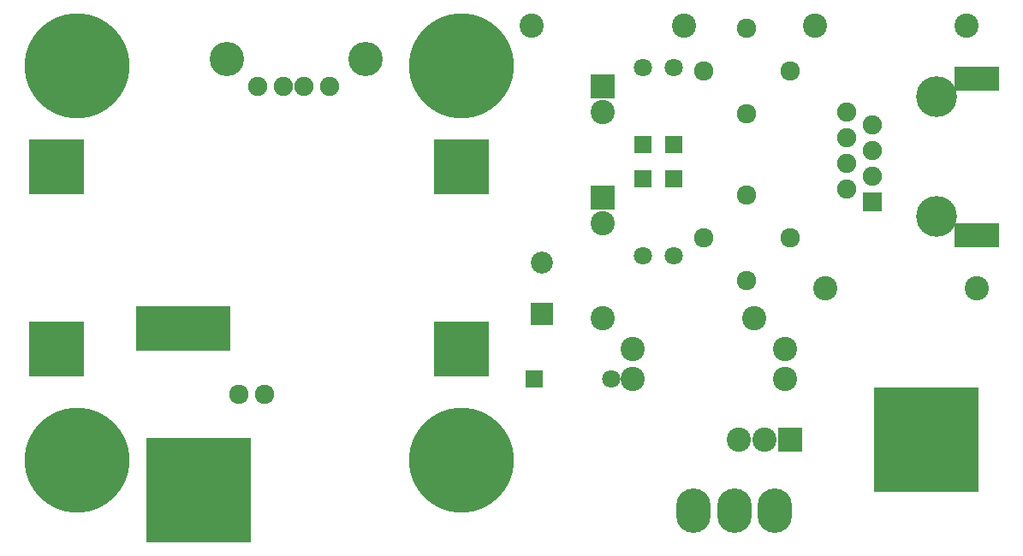
<source format=gts>
G04 #@! TF.FileFunction,Soldermask,Top*
%FSLAX46Y46*%
G04 Gerber Fmt 4.6, Leading zero omitted, Abs format (unit mm)*
G04 Created by KiCad (PCBNEW 4.0.2+dfsg1-stable) date Mi 16 Aug 2017 11:46:23 CEST*
%MOMM*%
G01*
G04 APERTURE LIST*
%ADD10C,0.100000*%
%ADD11C,1.924000*%
%ADD12R,1.797000X1.797000*%
%ADD13C,1.797000*%
%ADD14R,2.400000X2.400000*%
%ADD15C,2.400000*%
%ADD16C,2.398980*%
%ADD17R,2.398980X2.398980*%
%ADD18C,10.400000*%
%ADD19C,1.901140*%
%ADD20C,3.399740*%
%ADD21R,2.178000X2.178000*%
%ADD22C,2.178000*%
%ADD23O,3.400000X4.400000*%
%ADD24R,5.400000X5.400000*%
%ADD25R,9.400000X4.400000*%
%ADD26C,4.049980*%
%ADD27R,1.901140X1.901140*%
%ADD28R,4.400000X2.400000*%
%ADD29R,10.400000X10.400000*%
G04 APERTURE END LIST*
D10*
D11*
X108495281Y-50030000D03*
X104252641Y-54272641D03*
X100010000Y-50030000D03*
X104252641Y-45787359D03*
D12*
X97000000Y-44190000D03*
D13*
X97000000Y-51810000D03*
D12*
X97000000Y-40810000D03*
D13*
X97000000Y-33190000D03*
D12*
X94000000Y-44190000D03*
D13*
X94000000Y-51810000D03*
D14*
X90000000Y-46000000D03*
D15*
X90000000Y-48540000D03*
D14*
X90000000Y-35000000D03*
D15*
X90000000Y-37540000D03*
D12*
X94000000Y-40810000D03*
D13*
X94000000Y-33190000D03*
D11*
X108495281Y-33520000D03*
X104252641Y-37762641D03*
X100010000Y-33520000D03*
X104252641Y-29277359D03*
D12*
X83190000Y-64000000D03*
D13*
X90810000Y-64000000D03*
D16*
X106000000Y-70000000D03*
D17*
X108540000Y-70000000D03*
D16*
X103460000Y-70000000D03*
D18*
X76000000Y-33000000D03*
X38000000Y-33000000D03*
X76000000Y-72000000D03*
X38000000Y-72000000D03*
D19*
X55887140Y-35002120D03*
X58427140Y-35002120D03*
X60459140Y-35002120D03*
X62999140Y-35002120D03*
D20*
X52839140Y-32335120D03*
X66555140Y-32335120D03*
D21*
X84000000Y-57540000D03*
D22*
X84000000Y-52460000D03*
D23*
X107000000Y-77000000D03*
X103000000Y-77000000D03*
X99000000Y-77000000D03*
D16*
X83000000Y-29000000D03*
X98000000Y-29000000D03*
X90000000Y-58000000D03*
X105000000Y-58000000D03*
X111000000Y-29000000D03*
X126000000Y-29000000D03*
X112000000Y-55000000D03*
X127000000Y-55000000D03*
X93000000Y-64000000D03*
X108000000Y-64000000D03*
X108000000Y-61000000D03*
X93000000Y-61000000D03*
D24*
X76000000Y-43000000D03*
X76000000Y-61000000D03*
X36000000Y-61000000D03*
X36000000Y-43000000D03*
D25*
X48500000Y-59000000D03*
D26*
X123000000Y-36061480D03*
X123000000Y-47930900D03*
D27*
X116650000Y-46445000D03*
D19*
X114110000Y-45175000D03*
X116650000Y-43905000D03*
X114110000Y-42635000D03*
X116650000Y-41365000D03*
X114110000Y-40095000D03*
X116650000Y-38825000D03*
X114110000Y-37555000D03*
D28*
X127000000Y-34250000D03*
X127000000Y-49750000D03*
D11*
X54000000Y-65530000D03*
X56540000Y-65530000D03*
D29*
X50000000Y-75000000D03*
X122000000Y-70000000D03*
M02*

</source>
